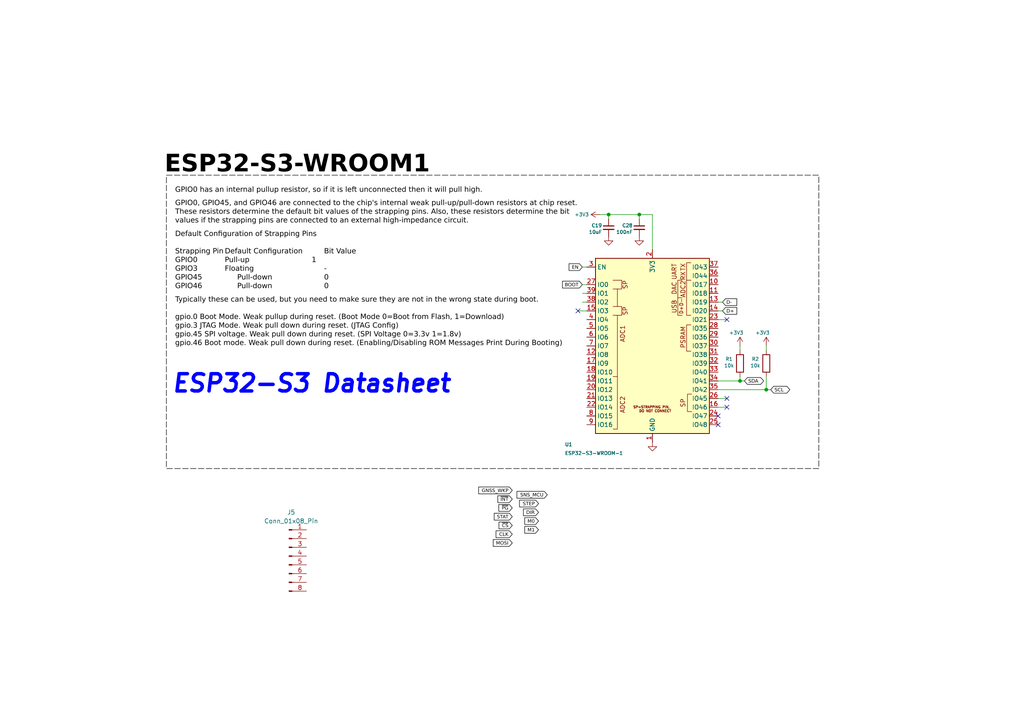
<source format=kicad_sch>
(kicad_sch (version 20250114) (generator "eeschema") (generator_version "9.0")
  (paper "A4")
  (lib_symbols
    (symbol "Connector:Conn_01x08_Pin" (pin_names (offset 1.016) (hide yes))
      (property "Reference" "J" (at 0 10.16 0))
      (property "Value" "Conn_01x08_Pin" (at 0 -12.7 0))
      (symbol "Conn_01x08_Pin_1_1"
        (rectangle (start 0.8636 7.747) (end 0 7.493) (stroke (width 0.1524)) (fill (type outline)))
        (rectangle (start 0.8636 5.207) (end 0 4.953) (stroke (width 0.1524)) (fill (type outline)))
        (rectangle (start 0.8636 2.667) (end 0 2.413) (stroke (width 0.1524)) (fill (type outline)))
        (rectangle (start 0.8636 0.127) (end 0 -0.127) (stroke (width 0.1524)) (fill (type outline)))
        (rectangle (start 0.8636 -2.413) (end 0 -2.667) (stroke (width 0.1524)) (fill (type outline)))
        (rectangle (start 0.8636 -4.953) (end 0 -5.207) (stroke (width 0.1524)) (fill (type outline)))
        (rectangle (start 0.8636 -7.493) (end 0 -7.747) (stroke (width 0.1524)) (fill (type outline)))
        (rectangle (start 0.8636 -10.033) (end 0 -10.287) (stroke (width 0.1524)) (fill (type outline)))
        (polyline (pts (xy 1.27 7.62) (xy 0.8636 7.62)) (stroke (width 0.1524)))
        (polyline (pts (xy 1.27 5.08) (xy 0.8636 5.08)) (stroke (width 0.1524)))
        (polyline (pts (xy 1.27 2.54) (xy 0.8636 2.54)) (stroke (width 0.1524)))
        (polyline (pts (xy 1.27 0) (xy 0.8636 0)) (stroke (width 0.1524)))
        (polyline (pts (xy 1.27 -2.54) (xy 0.8636 -2.54)) (stroke (width 0.1524)))
        (polyline (pts (xy 1.27 -5.08) (xy 0.8636 -5.08)) (stroke (width 0.1524)))
        (polyline (pts (xy 1.27 -7.62) (xy 0.8636 -7.62)) (stroke (width 0.1524)))
        (polyline (pts (xy 1.27 -10.16) (xy 0.8636 -10.16)) (stroke (width 0.1524)))
        (pin passive line (at 5.08 7.62 180) (length 3.81) (name "Pin_1") (number "1"))
        (pin passive line (at 5.08 5.08 180) (length 3.81) (name "Pin_2") (number "2"))
        (pin passive line (at 5.08 2.54 180) (length 3.81) (name "Pin_3") (number "3"))
        (pin passive line (at 5.08 0 180) (length 3.81) (name "Pin_4") (number "4"))
        (pin passive line (at 5.08 -2.54 180) (length 3.81) (name "Pin_5") (number "5"))
        (pin passive line (at 5.08 -5.08 180) (length 3.81) (name "Pin_6") (number "6"))
        (pin passive line (at 5.08 -7.62 180) (length 3.81) (name "Pin_7") (number "7"))
        (pin passive line (at 5.08 -10.16 180) (length 3.81) (name "Pin_8") (number "8"))
      )
    )
    (symbol "Device:C_Small" (pin_numbers (hide yes)) (pin_names (offset 0.254) (hide yes))
      (property "Reference" "C" (at 0.254 1.778 0))
      (property "Value" "C_Small" (at 0.254 -2.032 0))
      (symbol "C_Small_0_1"
        (polyline (pts (xy -1.524 0.508) (xy 1.524 0.508)) (stroke (width 0.3048)))
        (polyline (pts (xy -1.524 -0.508) (xy 1.524 -0.508)) (stroke (width 0.3302)))
      )
      (symbol "C_Small_1_1"
        (pin passive line (at 0 2.54 270) (length 2.032) (name "~") (number "1"))
        (pin passive line (at 0 -2.54 90) (length 2.032) (name "~") (number "2"))
      )
    )
    (symbol "Device:R" (pin_numbers (hide yes)) (pin_names (offset 0))
      (property "Reference" "R" (at 2.032 0 90))
      (property "Value" "R" (at 0 0 90))
      (symbol "R_0_1"
        (rectangle (start -1.016 -2.54) (end 1.016 2.54) (stroke (width 0.254)))
      )
      (symbol "R_1_1"
        (pin passive line (at 0 3.81 270) (length 1.27) (name "~") (number "1"))
        (pin passive line (at 0 -3.81 90) (length 1.27) (name "~") (number "2"))
      )
    )
    (symbol "ESP32-S3-WROOM-1_CUSTOM_made_by_bismarx_1"
      (property "Reference" "U3" (at -26.162 -28.956 0))
      (property "Value" "ESP32-S3-WROOM-1" (at -26.162 -30.734 0))
      (symbol "ESP32-S3-WROOM-1_CUSTOM_made_by_bismarx_1_0_0"
        (rectangle (start -20.32 25.4) (end 12.7 -25.4) (stroke (width 0.254)) (fill (type background)))
        (text "PSRAM" (at 5.08 2.54 900) (effects (font (size 1.27 1.27))))
      )
      (symbol "ESP32-S3-WROOM-1_CUSTOM_made_by_bismarx_1_0_1"
        (polyline (pts (xy -15.24 16.51) (xy -12.7 16.51) (xy -12.7 19.05) (xy -15.24 19.05)))
        (polyline (pts (xy -15.24 8.89) (xy -12.7 8.89) (xy -12.7 11.43) (xy -15.24 11.43)))
        (polyline (pts (xy -15.24 -8.89) (xy -13.97 -8.89) (xy -13.97 -24.13) (xy -15.24 -24.13)))
        (polyline (pts (xy -13.97 16.51) (xy -13.97 11.43)))
        (polyline (pts (xy -13.97 8.89) (xy -13.97 -8.89)))
        (polyline (pts (xy 4.826 13.97) (xy 3.556 13.97) (xy 3.556 19.05) (xy 4.826 19.05)))
        (polyline (pts (xy 4.826 8.89) (xy 3.556 8.89) (xy 3.556 13.97) (xy 4.826 13.97)))
        (polyline (pts (xy 7.366 19.05) (xy 6.096 19.05) (xy 6.096 24.13) (xy 7.366 24.13)))
        (polyline (pts (xy 7.366 8.89) (xy 6.096 8.89) (xy 6.096 19.05) (xy 7.366 19.05)))
        (polyline (pts (xy 7.366 -1.524) (xy 6.096 -1.524) (xy 6.096 6.096) (xy 7.366 6.096)))
        (polyline (pts (xy 7.62 -19.05) (xy 6.35 -19.05) (xy 6.35 -13.97) (xy 7.62 -13.97)))
      )
      (symbol "ESP32-S3-WROOM-1_CUSTOM_made_by_bismarx_1_1_0"
        (text "ADC1" (at -12.446 3.556 900) (effects (font (size 1.27 1.27))))
        (text "ADC2" (at -12.446 -17.018 900) (effects (font (size 1.27 1.27))))
        (text "SP" (at -11.684 17.78 900) (effects (font (size 1.27 1.27))))
        (text "SP" (at -11.684 10.16 900) (effects (font (size 1.27 1.27))))
        (text "UART" (at 2.54 21.59 900) (effects (font (size 1.27 1.27))))
        (text "DAC" (at 2.54 16.764 900) (effects (font (size 1.27 1.27))))
        (text "USB" (at 2.54 11.43 900) (effects (font (size 1.27 1.27))))
        (text "D-" (at 4.572 12.7 900) (effects (font (size 1 1))))
        (text "D+" (at 4.572 10.414 900) (effects (font (size 1 1))))
        (text "ADC2" (at 5.08 16.51 900) (effects (font (size 1.27 1.27))))
        (text "SP" (at 5.08 -16.51 900) (effects (font (size 1.27 1.27))))
      )
      (symbol "ESP32-S3-WROOM-1_CUSTOM_made_by_bismarx_1_1_1"
        (text "SP=STRAPPING PIN, \n   DO NOT CONNECT" (at -3.81 -18.288 0) (effects (font (size 0.7 0.7))))
        (text "TX" (at 5.08 22.86 900) (effects (font (size 1.27 1.27))))
        (text "RX" (at 5.08 20.32 900) (effects (font (size 1.27 1.27))))
        (pin input line (at -22.86 22.86 0) (length 2.54) (name "EN") (number "3"))
        (pin bidirectional line (at -22.86 17.78 0) (length 2.54) (name "IO0") (number "27"))
        (pin bidirectional line (at -22.86 15.24 0) (length 2.54) (name "IO1") (number "39"))
        (pin bidirectional line (at -22.86 12.7 0) (length 2.54) (name "IO2") (number "38"))
        (pin bidirectional line (at -22.86 10.16 0) (length 2.54) (name "IO3") (number "15"))
        (pin bidirectional line (at -22.86 7.62 0) (length 2.54) (name "IO4") (number "4"))
        (pin bidirectional line (at -22.86 5.08 0) (length 2.54) (name "IO5") (number "5"))
        (pin bidirectional line (at -22.86 2.54 0) (length 2.54) (name "IO6") (number "6"))
        (pin bidirectional line (at -22.86 0 0) (length 2.54) (name "IO7") (number "7"))
        (pin bidirectional line (at -22.86 -2.54 0) (length 2.54) (name "IO8") (number "12"))
        (pin bidirectional line (at -22.86 -5.08 0) (length 2.54) (name "IO9") (number "17"))
        (pin bidirectional line (at -22.86 -7.62 0) (length 2.54) (name "IO10") (number "18"))
        (pin bidirectional line (at -22.86 -10.16 0) (length 2.54) (name "IO11") (number "19"))
        (pin bidirectional line (at -22.86 -12.7 0) (length 2.54) (name "IO12") (number "20"))
        (pin bidirectional line (at -22.86 -15.24 0) (length 2.54) (name "IO13") (number "21"))
        (pin bidirectional line (at -22.86 -17.78 0) (length 2.54) (name "IO14") (number "22"))
        (pin bidirectional line (at -22.86 -20.32 0) (length 2.54) (name "IO15") (number "8"))
        (pin bidirectional line (at -22.86 -22.86 0) (length 2.54) (name "IO16") (number "9"))
        (pin power_in line (at -3.81 27.94 270) (length 2.54) (name "3V3") (number "2"))
        (pin power_in line (at -3.81 -27.94 90) (length 2.54) (name "GND") (number "1"))
        (pin passive line (at -3.81 -27.94 90) (length 2.54) (hide yes) (name "GND") (number "40"))
        (pin passive line (at -3.81 -27.94 90) (length 2.54) (hide yes) (name "GND") (number "41"))
        (pin bidirectional line (at 15.24 22.86 180) (length 2.54) (name "IO43") (number "37"))
        (pin bidirectional line (at 15.24 20.32 180) (length 2.54) (name "IO44") (number "36"))
        (pin bidirectional line (at 15.24 17.78 180) (length 2.54) (name "IO17") (number "10"))
        (pin bidirectional line (at 15.24 15.24 180) (length 2.54) (name "IO18") (number "11"))
        (pin bidirectional line (at 15.24 12.7 180) (length 2.54) (name "IO19") (number "13"))
        (pin bidirectional line (at 15.24 10.16 180) (length 2.54) (name "IO20") (number "14"))
        (pin bidirectional line (at 15.24 7.62 180) (length 2.54) (name "IO21") (number "23"))
        (pin bidirectional line (at 15.24 5.08 180) (length 2.54) (name "IO35") (number "28"))
        (pin bidirectional line (at 15.24 2.54 180) (length 2.54) (name "IO36") (number "29"))
        (pin bidirectional line (at 15.24 0 180) (length 2.54) (name "IO37") (number "30"))
        (pin bidirectional line (at 15.24 -2.54 180) (length 2.54) (name "IO38") (number "31"))
        (pin bidirectional line (at 15.24 -5.08 180) (length 2.54) (name "IO39") (number "32"))
        (pin bidirectional line (at 15.24 -7.62 180) (length 2.54) (name "IO40") (number "33"))
        (pin bidirectional line (at 15.24 -10.16 180) (length 2.54) (name "IO41") (number "34"))
        (pin bidirectional line (at 15.24 -12.7 180) (length 2.54) (name "IO42") (number "35"))
        (pin bidirectional line (at 15.24 -15.24 180) (length 2.54) (name "IO45") (number "26"))
        (pin bidirectional line (at 15.24 -17.78 180) (length 2.54) (name "IO46") (number "16"))
        (pin bidirectional line (at 15.24 -20.32 180) (length 2.54) (name "IO47") (number "24"))
        (pin bidirectional line (at 15.24 -22.86 180) (length 2.54) (name "IO48") (number "25"))
      )
    )
    (symbol "GND_1" (power) (pin_numbers (hide yes)) (pin_names (offset 0) (hide yes))
      (property "Value" "GND" (at 0 -3.81 0))
      (symbol "GND_1_0_1"
        (polyline (pts (xy 0 0) (xy 0 -1.27) (xy 1.27 -1.27) (xy 0 -2.54) (xy -1.27 -1.27) (xy 0 -1.27)))
      )
      (symbol "GND_1_1_1"
        (pin power_in line (at 0 0 270) (length 0) (name "~") (number "1"))
      )
    )
    (symbol "power:+3V3" (power) (pin_names (offset 0))
      (property "Value" "+3V3" (at 0 3.556 0))
      (symbol "+3V3_0_1"
        (polyline (pts (xy -0.762 1.27) (xy 0 2.54)))
        (polyline (pts (xy 0 2.54) (xy 0.762 1.27)))
        (polyline (pts (xy 0 0) (xy 0 2.54)))
      )
      (symbol "+3V3_1_1"
        (pin power_in line (at 0 0 90) (length 0) (hide yes) (name "+3V3") (number "1"))
      )
    )
    (symbol "power:GND" (power) (pin_names (offset 0))
      (property "Value" "GND" (at 0 -3.81 0))
      (symbol "GND_0_1"
        (polyline (pts (xy 0 0) (xy 0 -1.27) (xy 1.27 -1.27) (xy 0 -2.54) (xy -1.27 -1.27) (xy 0 -1.27)))
      )
      (symbol "GND_1_1"
        (pin power_in line (at 0 0 270) (length 0) (hide yes) (name "GND") (number "1"))
      )
    )
  )
  (rectangle (start 48.26 50.8) (end 237.49 135.89) (stroke (width 0) (type dash) (color 0 0 0 1)))
  (text "GPIO0 has an internal pullup resistor, so if it is left unconnected then it will pull high." (at 50.8 56.515 0) (effects (font (size 1.5 1.5)) (justify left bottom)))
  (text "ESP32-S3-WROOM1" (at 47.752 52.07 0) (effects (font (size 5 5) (bold yes)) (justify left bottom)))
  (text "ESP32-S3 Datasheet" (at 49.53 114.3 0) (effects (font (size 5 5) (thickness 1) (bold yes) (italic yes)) (justify left bottom)))
  (text "GPIO0, GPIO45, and GPIO46 are connected to the chip's internal weak pull-up/pull-down resistors at chip reset.\nThese resistors determine the default bit values of the strapping pins. Also, these resistors determine the bit\nvalues if the strapping pins are connected to an external high-impedance circuit." (at 50.8 65.405 0) (effects (font (size 1.5 1.5)) (justify left bottom)))
  (text "Typically these can be used, but you need to make sure they are not in the wrong state during boot.\n\ngpio.0 Boot Mode. Weak pullup during reset. (Boot Mode 0=Boot from Flash, 1=Download)\ngpio.3 JTAG Mode. Weak pull down during reset. (JTAG Config)\ngpio.45 SPI voltage. Weak pull down during reset. (SPI Voltage 0=3.3v 1=1.8v)\ngpio.46 Boot mode. Weak pull down during reset. (Enabling/Disabling ROM Messages Print During Booting)" (at 50.8 100.965 0) (effects (font (size 1.5 1.5)) (justify left bottom)))
  (text "Default Configuration of Strapping Pins\n\nStrapping Pin	Default Configuration		Bit Value\nGPIO0 			Pull-up						1\nGPIO3			Floating						-\nGPIO45			Pull-down					0\nGPIO46			Pull-down					0" (at 50.8 84.455 0) (effects (font (size 1.5 1.5)) (justify left bottom)))
  (junction (at 185.42 62.23))
  (junction (at 176.53 62.23))
  (junction (at 222.25 113.03))
  (junction (at 214.63 110.49))
  (no_connect (at 167.64 90.17))
  (no_connect (at 208.28 120.65))
  (no_connect (at 210.82 92.71))
  (no_connect (at 210.82 115.57))
  (no_connect (at 210.82 118.11))
  (no_connect (at 208.28 123.19))
  (wire (pts (xy 210.82 92.71) (xy 208.28 92.71)))
  (wire (pts (xy 185.42 63.5) (xy 185.42 62.23)))
  (wire (pts (xy 222.25 113.03) (xy 222.25 109.22)))
  (wire (pts (xy 189.23 62.23) (xy 189.23 72.39)))
  (wire (pts (xy 167.64 90.17) (xy 170.18 90.17)))
  (wire (pts (xy 173.99 62.23) (xy 176.53 62.23)))
  (wire (pts (xy 214.63 100.33) (xy 214.63 101.6)))
  (wire (pts (xy 185.42 62.23) (xy 189.23 62.23)))
  (wire (pts (xy 210.82 118.11) (xy 208.28 118.11)))
  (wire (pts (xy 210.82 115.57) (xy 208.28 115.57)))
  (wire (pts (xy 222.25 113.03) (xy 223.52 113.03)))
  (wire (pts (xy 208.28 110.49) (xy 214.63 110.49)))
  (wire (pts (xy 209.55 87.63) (xy 208.28 87.63)))
  (wire (pts (xy 168.91 85.09) (xy 170.18 85.09)))
  (wire (pts (xy 168.91 87.63) (xy 170.18 87.63)))
  (wire (pts (xy 208.28 113.03) (xy 222.25 113.03)))
  (wire (pts (xy 214.63 110.49) (xy 215.9 110.49)))
  (wire (pts (xy 168.91 77.47) (xy 170.18 77.47)))
  (wire (pts (xy 176.53 63.5) (xy 176.53 62.23)))
  (wire (pts (xy 214.63 110.49) (xy 214.63 109.22)))
  (wire (pts (xy 209.55 90.17) (xy 208.28 90.17)))
  (wire (pts (xy 176.53 62.23) (xy 185.42 62.23)))
  (wire (pts (xy 168.91 82.55) (xy 170.18 82.55)))
  (wire (pts (xy 222.25 100.33) (xy 222.25 101.6)))
  (global_label "D+" (shape input) (at 209.55 90.17 0) (effects (font (size 1 1))) (property "Intersheetrefs" "${INTERSHEET_REFS}" (effects (hide yes))))
  (global_label "CLK" (shape input) (at 148.59 154.94 180) (effects (font (size 1 1))) (property "Intersheetrefs" "${INTERSHEET_REFS}" (effects (hide yes))))
  (global_label "BOOT" (shape input) (at 168.91 82.55 180) (effects (font (size 1 1))) (property "Intersheetrefs" "${INTERSHEET_REFS}" (effects (hide yes))))
  (global_label "D-" (shape input) (at 209.55 87.63 0) (effects (font (size 1 1))) (property "Intersheetrefs" "${INTERSHEET_REFS}" (effects (hide yes))))
  (global_label "STAT" (shape input) (at 148.59 149.86 180) (effects (font (size 1 1))) (property "Intersheetrefs" "${INTERSHEET_REFS}" (effects (hide yes))))
  (global_label "M0" (shape input) (at 156.21 151.13 180) (effects (font (size 1 1))) (property "Intersheetrefs" "${INTERSHEET_REFS}" (effects (hide yes))))
  (global_label "~{PG}" (shape input) (at 148.59 147.32 180) (effects (font (size 1 1))) (property "Intersheetrefs" "${INTERSHEET_REFS}" (effects (hide yes))))
  (global_label "EN" (shape input) (at 168.91 77.47 180) (effects (font (size 1 1))) (property "Intersheetrefs" "${INTERSHEET_REFS}" (effects (hide yes))))
  (global_label "DIR" (shape input) (at 156.21 148.59 180) (effects (font (size 1 1))) (property "Intersheetrefs" "${INTERSHEET_REFS}" (effects (hide yes))))
  (global_label "~{INT}" (shape input) (at 148.59 144.78 180) (effects (font (size 1 1))) (property "Intersheetrefs" "${INTERSHEET_REFS}" (effects (hide yes))))
  (global_label "GNSS_WKP" (shape input) (at 148.59 142.24 180) (effects (font (size 1 1))) (property "Intersheetrefs" "${INTERSHEET_REFS}" (effects (hide yes))))
  (global_label "SDA" (shape bidirectional) (at 215.9 110.49 0) (effects (font (size 1 1))) (property "Intersheetrefs" "${INTERSHEET_REFS}" (effects (hide yes))))
  (global_label "M1" (shape input) (at 156.21 153.67 180) (effects (font (size 1 1))) (property "Intersheetrefs" "${INTERSHEET_REFS}" (effects (hide yes))))
  (global_label "MOSI" (shape input) (at 148.59 157.48 180) (effects (font (size 1 1))) (property "Intersheetrefs" "${INTERSHEET_REFS}" (effects (hide yes))))
  (global_label "STEP" (shape input) (at 156.21 146.05 180) (effects (font (size 1 1))) (property "Intersheetrefs" "${INTERSHEET_REFS}" (effects (hide yes))))
  (global_label "~{CS}" (shape input) (at 148.59 152.4 180) (effects (font (size 1 1))) (property "Intersheetrefs" "${INTERSHEET_REFS}" (effects (hide yes))))
  (global_label "SCL" (shape bidirectional) (at 223.52 113.03 0) (effects (font (size 1 1))) (property "Intersheetrefs" "${INTERSHEET_REFS}" (effects (hide yes))))
  (global_label "SNS_MCU" (shape input) (at 158.75 143.51 180) (effects (font (size 1 1))) (property "Intersheetrefs" "${INTERSHEET_REFS}" (effects (hide yes))))
  (symbol (lib_id "Device:C_Small") (at 176.53 66.04 0) (mirror y) (unit 1)
    (property "Reference" "C19" (at 174.625 65.405 0) (effects (font (size 1 1)) (justify left)))
    (property "Value" "10uF" (at 174.625 67.31 0) (effects (font (size 1 1)) (justify left)))
    (property "Footprint" "Capacitor_SMD:C_0805_2012Metric" (effects (hide yes)))
    (property "Datasheet" "https://cz.mouser.com/ProductDetail/Murata-Electronics/GRT21BR61C226ME13L?qs=sGAEpiMZZMsh%252B1woXyUXjwCL2ejZfi6FneAEiHetz7s%3D" (effects (hide yes)))
    (property "Description" "Unpolarized capacitor, small symbol" (effects (hide yes)))
  )
  (symbol (lib_id "power:+3V3") (at 173.99 62.23 90) (unit 1)
    (property "Reference" "#PWR01" (effects (hide yes)))
    (property "Value" "+3V3" (at 170.815 62.23 90) (effects (font (size 1 1)) (justify left)))
  )
  (symbol (lib_name "GND_1") (lib_id "power:GND") (at 176.53 68.58 0) (unit 1)
    (property "Reference" "#PWR03" (effects (hide yes)))
    (property "Value" "GND" (effects (hide yes)))
    (property "Description" "Power symbol creates a global label with name \"GND\" , ground" (effects (hide yes)))
  )
  (symbol (lib_id "Connector:Conn_01x08_Pin") (at 83.82 161.29 0) (unit 1)
    (property "Reference" "J5" (at 84.455 148.59 0))
    (property "Value" "Conn_01x08_Pin" (at 84.455 151.13 0))
    (property "Description" "Generic connector, single row, 01x08, script generated" (effects (hide yes)))
  )
  (symbol (lib_name "GND_1") (lib_id "power:GND") (at 185.42 68.58 0) (unit 1)
    (property "Reference" "#PWR042" (effects (hide yes)))
    (property "Value" "GND" (effects (hide yes)))
    (property "Description" "Power symbol creates a global label with name \"GND\" , ground" (effects (hide yes)))
  )
  (symbol (lib_id "power:+3V3") (at 222.25 100.33 0) (unit 1)
    (property "Reference" "#PWR05" (effects (hide yes)))
    (property "Value" "+3V3" (at 219.075 96.52 0) (effects (font (size 1 1)) (justify left)))
  )
  (symbol (lib_id "power:+3V3") (at 214.63 100.33 0) (unit 1)
    (property "Reference" "#PWR04" (effects (hide yes)))
    (property "Value" "+3V3" (at 211.455 96.52 0) (effects (font (size 1 1)) (justify left)))
  )
  (symbol (lib_id "Device:R") (at 214.63 105.41 180) (unit 1)
    (property "Reference" "R1" (at 211.455 104.14 0) (effects (font (size 1 1))))
    (property "Value" "10k" (at 211.455 106.045 0) (effects (font (size 1 1))))
    (property "Footprint" "Resistor_SMD:R_0805_2012Metric" (effects (hide yes)))
  )
  (symbol (lib_id "Device:C_Small") (at 185.42 66.04 0) (mirror y) (unit 1)
    (property "Reference" "C28" (at 183.515 65.405 0) (effects (font (size 1 1)) (justify left)))
    (property "Value" "100nF" (at 183.515 67.31 0) (effects (font (size 1 1)) (justify left)))
    (property "Footprint" "Capacitor_SMD:C_0805_2012Metric" (effects (hide yes)))
    (property "Description" "Unpolarized capacitor, small symbol" (effects (hide yes)))
  )
  (symbol (lib_name "ESP32-S3-WROOM-1_CUSTOM_made_by_bismarx_1") (lib_id "sumec_sch_lib:ESP32-S3-WROOM-1_CUSTOM_made_by_bismarx") (at 193.04 100.33 0) (unit 1)
    (property "Reference" "U1" (at 163.83 128.905 0) (effects (font (size 1 1)) (justify left)))
    (property "Value" "ESP32-S3-WROOM-1" (at 163.83 131.445 0) (effects (font (size 1 1)) (justify left)))
    (property "Footprint" "PCM_Espressif:ESP32-S3-WROOM-1" (effects (hide yes)))
    (property "Datasheet" "https://www.espressif.com/sites/default/files/documentation/esp32-s3-wroom-1_wroom-1u_datasheet_en.pdf" (effects (hide yes)))
    (property "Description" "RF Module, ESP32-S3 SoC, Wi-Fi 802.11b/g/n, Bluetooth, BLE, 32-bit, 3.3V, onboard antenna, SMD" (effects (hide yes)))
  )
  (symbol (lib_id "power:GND") (at 189.23 128.27 0) (unit 1)
    (property "Reference" "#PWR02" (effects (hide yes)))
    (property "Value" "GND" (effects (hide yes)))
  )
  (symbol (lib_id "Device:R") (at 222.25 105.41 180) (unit 1)
    (property "Reference" "R2" (at 219.075 104.14 0) (effects (font (size 1 1))))
    (property "Value" "10k" (at 219.075 106.045 0) (effects (font (size 1 1))))
    (property "Footprint" "Resistor_SMD:R_0805_2012Metric" (effects (hide yes)))
  )
)
</source>
